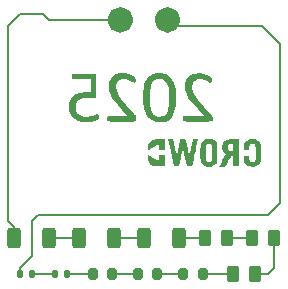
<source format=gbr>
%TF.GenerationSoftware,KiCad,Pcbnew,9.0.1*%
%TF.CreationDate,2025-06-06T15:08:54-07:00*%
%TF.ProjectId,basic_keychain,62617369-635f-46b6-9579-636861696e2e,rev?*%
%TF.SameCoordinates,Original*%
%TF.FileFunction,Copper,L2,Bot*%
%TF.FilePolarity,Positive*%
%FSLAX45Y45*%
G04 Gerber Fmt 4.5, Leading zero omitted, Abs format (unit mm)*
G04 Created by KiCad (PCBNEW 9.0.1) date 2025-06-06 15:08:54*
%MOMM*%
%LPD*%
G01*
G04 APERTURE LIST*
G04 Aperture macros list*
%AMRoundRect*
0 Rectangle with rounded corners*
0 $1 Rounding radius*
0 $2 $3 $4 $5 $6 $7 $8 $9 X,Y pos of 4 corners*
0 Add a 4 corners polygon primitive as box body*
4,1,4,$2,$3,$4,$5,$6,$7,$8,$9,$2,$3,0*
0 Add four circle primitives for the rounded corners*
1,1,$1+$1,$2,$3*
1,1,$1+$1,$4,$5*
1,1,$1+$1,$6,$7*
1,1,$1+$1,$8,$9*
0 Add four rect primitives between the rounded corners*
20,1,$1+$1,$2,$3,$4,$5,0*
20,1,$1+$1,$4,$5,$6,$7,0*
20,1,$1+$1,$6,$7,$8,$9,0*
20,1,$1+$1,$8,$9,$2,$3,0*%
G04 Aperture macros list end*
%TA.AperFunction,Conductor*%
%ADD10C,1.100000*%
%TD*%
%TA.AperFunction,EtchedComponent*%
%ADD11C,0.000000*%
%TD*%
%TA.AperFunction,SMDPad,CuDef*%
%ADD12RoundRect,0.250000X-0.312500X-0.625000X0.312500X-0.625000X0.312500X0.625000X-0.312500X0.625000X0*%
%TD*%
%TA.AperFunction,SMDPad,CuDef*%
%ADD13RoundRect,0.135000X0.135000X0.185000X-0.135000X0.185000X-0.135000X-0.185000X0.135000X-0.185000X0*%
%TD*%
%TA.AperFunction,SMDPad,CuDef*%
%ADD14RoundRect,0.250000X-0.262500X-0.450000X0.262500X-0.450000X0.262500X0.450000X-0.262500X0.450000X0*%
%TD*%
%TA.AperFunction,SMDPad,CuDef*%
%ADD15RoundRect,0.250000X0.262500X0.450000X-0.262500X0.450000X-0.262500X-0.450000X0.262500X-0.450000X0*%
%TD*%
%TA.AperFunction,SMDPad,CuDef*%
%ADD16RoundRect,0.200000X0.200000X0.275000X-0.200000X0.275000X-0.200000X-0.275000X0.200000X-0.275000X0*%
%TD*%
%TA.AperFunction,Conductor*%
%ADD17C,0.200000*%
%TD*%
G04 APERTURE END LIST*
%TO.N,/A*%
D10*
X22105000Y-9700000D02*
G75*
G02*
X21995000Y-9700000I-55000J0D01*
G01*
X21995000Y-9700000D02*
G75*
G02*
X22105000Y-9700000I55000J0D01*
G01*
%TO.N,/B*%
X22505000Y-9700000D02*
G75*
G02*
X22395000Y-9700000I-55000J0D01*
G01*
X22395000Y-9700000D02*
G75*
G02*
X22505000Y-9700000I55000J0D01*
G01*
D11*
%TA.AperFunction,EtchedComponent*%
%TD*%
%TO.C,G\u002A\u002A\u002A*%
G36*
X22284669Y-10840862D02*
G01*
X22287997Y-10842616D01*
X22294835Y-10846583D01*
X22304508Y-10852358D01*
X22316338Y-10859538D01*
X22329649Y-10867721D01*
X22331963Y-10869151D01*
X22345256Y-10877318D01*
X22357094Y-10884515D01*
X22366759Y-10890313D01*
X22373536Y-10894281D01*
X22376708Y-10895989D01*
X22377614Y-10896123D01*
X22378922Y-10894699D01*
X22379729Y-10890426D01*
X22380137Y-10882559D01*
X22380251Y-10870352D01*
X22380251Y-10843357D01*
X22403156Y-10843357D01*
X22426062Y-10843357D01*
X22426062Y-10892114D01*
X22426062Y-10940871D01*
X22380382Y-10939287D01*
X22377472Y-10939183D01*
X22357731Y-10938256D01*
X22342724Y-10937091D01*
X22332139Y-10935658D01*
X22325664Y-10933927D01*
X22313029Y-10927295D01*
X22300909Y-10916733D01*
X22292213Y-10903083D01*
X22286694Y-10885930D01*
X22284102Y-10864862D01*
X22283834Y-10858694D01*
X22283680Y-10849496D01*
X22283903Y-10843167D01*
X22284488Y-10840812D01*
X22284669Y-10840862D01*
G37*
%TD.AperFunction*%
%TA.AperFunction,EtchedComponent*%
%TO.C,G\u002A\u002A\u002A*%
G36*
X22426062Y-10756625D02*
G01*
X22426062Y-10802635D01*
X22403156Y-10802635D01*
X22380251Y-10802635D01*
X22380251Y-10774639D01*
X22380154Y-10764925D01*
X22379828Y-10755453D01*
X22379326Y-10749017D01*
X22378704Y-10746643D01*
X22378451Y-10746728D01*
X22374966Y-10748652D01*
X22368021Y-10752812D01*
X22358278Y-10758801D01*
X22346402Y-10766212D01*
X22333053Y-10774639D01*
X22329763Y-10776723D01*
X22316601Y-10784961D01*
X22304985Y-10792080D01*
X22295597Y-10797671D01*
X22289122Y-10801326D01*
X22286243Y-10802635D01*
X22285585Y-10802369D01*
X22284184Y-10798666D01*
X22283655Y-10791523D01*
X22283975Y-10782120D01*
X22285120Y-10771636D01*
X22287067Y-10761251D01*
X22287444Y-10759706D01*
X22293819Y-10742955D01*
X22303692Y-10729735D01*
X22317365Y-10719631D01*
X22319365Y-10718529D01*
X22323850Y-10716236D01*
X22328196Y-10714565D01*
X22333275Y-10713399D01*
X22339957Y-10712622D01*
X22349115Y-10712116D01*
X22361619Y-10711764D01*
X22378342Y-10711450D01*
X22426062Y-10710615D01*
X22426062Y-10756625D01*
G37*
%TD.AperFunction*%
%TA.AperFunction,EtchedComponent*%
G36*
X23054699Y-10825541D02*
G01*
X23054699Y-10940070D01*
X23031794Y-10940070D01*
X23008888Y-10940070D01*
X23008888Y-10892986D01*
X23008888Y-10845902D01*
X23002358Y-10845902D01*
X22997387Y-10846451D01*
X22990808Y-10848588D01*
X22988715Y-10850796D01*
X22984519Y-10857098D01*
X22978949Y-10866649D01*
X22972440Y-10878697D01*
X22965425Y-10892491D01*
X22959485Y-10904262D01*
X22952912Y-10916708D01*
X22947127Y-10927063D01*
X22942596Y-10934492D01*
X22939789Y-10938161D01*
X22936977Y-10939986D01*
X22931767Y-10941570D01*
X22923790Y-10942385D01*
X22911892Y-10942615D01*
X22907020Y-10942570D01*
X22897934Y-10942205D01*
X22891661Y-10941551D01*
X22889341Y-10940706D01*
X22889623Y-10939898D01*
X22891774Y-10935207D01*
X22895764Y-10926988D01*
X22901259Y-10915915D01*
X22907930Y-10902657D01*
X22915444Y-10887886D01*
X22941475Y-10836974D01*
X22933050Y-10829614D01*
X22924362Y-10820524D01*
X22918168Y-10809633D01*
X22914814Y-10796437D01*
X22913836Y-10779729D01*
X22913858Y-10779325D01*
X22958729Y-10779325D01*
X22960600Y-10790068D01*
X22965180Y-10799036D01*
X22972226Y-10804828D01*
X22976067Y-10805992D01*
X22984309Y-10807241D01*
X22993737Y-10807725D01*
X23008888Y-10807725D01*
X23008888Y-10777184D01*
X23008888Y-10746643D01*
X22998071Y-10746657D01*
X22993917Y-10746765D01*
X22980807Y-10748628D01*
X22970518Y-10752532D01*
X22964095Y-10758125D01*
X22964095Y-10758126D01*
X22959813Y-10768210D01*
X22958729Y-10779325D01*
X22913858Y-10779325D01*
X22914654Y-10764586D01*
X22917930Y-10749532D01*
X22924044Y-10737331D01*
X22933347Y-10727028D01*
X22935830Y-10724946D01*
X22943143Y-10720011D01*
X22951539Y-10716337D01*
X22961814Y-10713764D01*
X22974767Y-10712126D01*
X22991195Y-10711264D01*
X23011895Y-10711012D01*
X23054699Y-10711012D01*
X23054699Y-10777184D01*
X23054699Y-10825541D01*
G37*
%TD.AperFunction*%
%TA.AperFunction,EtchedComponent*%
G36*
X23171300Y-10707213D02*
G01*
X23191060Y-10708790D01*
X23207120Y-10713477D01*
X23219947Y-10721475D01*
X23230008Y-10732987D01*
X23233698Y-10739097D01*
X23236902Y-10746097D01*
X23239320Y-10754088D01*
X23241037Y-10763753D01*
X23242141Y-10775773D01*
X23242717Y-10790831D01*
X23242852Y-10809608D01*
X23242631Y-10832786D01*
X23242509Y-10841206D01*
X23242229Y-10858347D01*
X23241908Y-10871461D01*
X23241463Y-10881298D01*
X23240815Y-10888610D01*
X23239883Y-10894149D01*
X23238584Y-10898666D01*
X23236839Y-10902913D01*
X23234567Y-10907641D01*
X23233988Y-10908800D01*
X23225373Y-10922045D01*
X23214384Y-10931605D01*
X23199770Y-10938595D01*
X23198374Y-10939076D01*
X23189771Y-10941096D01*
X23179187Y-10941900D01*
X23165113Y-10941622D01*
X23149338Y-10939926D01*
X23132330Y-10935017D01*
X23118784Y-10926828D01*
X23108514Y-10915130D01*
X23101335Y-10899697D01*
X23097061Y-10880302D01*
X23095504Y-10856718D01*
X23095421Y-10848447D01*
X23118327Y-10848447D01*
X23141232Y-10848447D01*
X23141247Y-10861809D01*
X23141821Y-10873570D01*
X23144643Y-10886433D01*
X23150018Y-10895232D01*
X23158166Y-10900281D01*
X23169306Y-10901894D01*
X23175521Y-10901694D01*
X23182107Y-10900573D01*
X23187219Y-10897998D01*
X23191041Y-10893449D01*
X23193756Y-10886409D01*
X23195549Y-10876358D01*
X23196602Y-10862778D01*
X23197099Y-10845148D01*
X23197224Y-10822951D01*
X23197144Y-10803280D01*
X23196812Y-10786838D01*
X23196109Y-10774306D01*
X23194918Y-10765077D01*
X23193123Y-10758546D01*
X23190607Y-10754106D01*
X23187251Y-10751153D01*
X23182939Y-10749079D01*
X23171631Y-10746654D01*
X23160777Y-10748047D01*
X23151925Y-10753007D01*
X23145962Y-10761021D01*
X23143778Y-10771580D01*
X23143773Y-10772372D01*
X23143269Y-10781476D01*
X23142187Y-10789592D01*
X23140596Y-10797545D01*
X23117643Y-10797545D01*
X23094689Y-10797545D01*
X23096418Y-10776809D01*
X23097159Y-10769773D01*
X23101294Y-10750389D01*
X23108291Y-10734854D01*
X23118298Y-10722793D01*
X23120232Y-10721101D01*
X23129771Y-10714475D01*
X23140494Y-10710200D01*
X23153654Y-10707904D01*
X23170501Y-10707212D01*
X23171300Y-10707213D01*
G37*
%TD.AperFunction*%
%TA.AperFunction,EtchedComponent*%
G36*
X22872725Y-10824269D02*
G01*
X22872725Y-10895531D01*
X22865764Y-10908735D01*
X22858359Y-10919986D01*
X22845776Y-10931473D01*
X22830167Y-10938875D01*
X22818558Y-10941296D01*
X22802828Y-10942301D01*
X22786725Y-10941424D01*
X22772572Y-10938674D01*
X22762080Y-10934300D01*
X22748192Y-10924040D01*
X22744476Y-10920298D01*
X22739803Y-10914686D01*
X22736162Y-10908552D01*
X22733427Y-10901245D01*
X22731471Y-10892111D01*
X22730170Y-10880499D01*
X22729396Y-10865756D01*
X22729024Y-10847230D01*
X22728928Y-10824269D01*
X22728935Y-10821327D01*
X22774129Y-10821327D01*
X22774258Y-10840291D01*
X22774723Y-10856992D01*
X22774743Y-10857470D01*
X22775366Y-10870798D01*
X22776018Y-10880048D01*
X22776916Y-10886196D01*
X22778272Y-10890219D01*
X22780300Y-10893096D01*
X22783214Y-10895804D01*
X22785440Y-10897560D01*
X22792630Y-10900914D01*
X22802241Y-10901813D01*
X22803036Y-10901806D01*
X22810177Y-10901465D01*
X22815824Y-10900262D01*
X22820151Y-10897668D01*
X22823334Y-10893154D01*
X22825546Y-10886193D01*
X22826963Y-10876256D01*
X22827759Y-10862814D01*
X22828109Y-10845340D01*
X22828186Y-10823305D01*
X22828185Y-10813885D01*
X22828153Y-10796833D01*
X22828032Y-10783892D01*
X22827761Y-10774393D01*
X22827279Y-10767664D01*
X22826527Y-10763037D01*
X22825444Y-10759840D01*
X22823970Y-10757403D01*
X22822044Y-10755057D01*
X22820249Y-10753073D01*
X22815961Y-10749759D01*
X22810434Y-10748264D01*
X22801754Y-10747916D01*
X22792792Y-10748358D01*
X22786604Y-10750107D01*
X22781824Y-10753698D01*
X22780503Y-10755109D01*
X22778454Y-10758179D01*
X22777031Y-10762408D01*
X22776049Y-10768779D01*
X22775326Y-10778273D01*
X22774676Y-10791875D01*
X22774338Y-10802836D01*
X22774129Y-10821327D01*
X22728935Y-10821327D01*
X22728962Y-10809630D01*
X22729216Y-10789437D01*
X22729825Y-10773284D01*
X22730913Y-10760522D01*
X22732602Y-10750500D01*
X22735017Y-10742569D01*
X22738281Y-10736079D01*
X22742518Y-10730380D01*
X22747852Y-10724823D01*
X22757645Y-10717112D01*
X22770059Y-10711385D01*
X22785194Y-10708209D01*
X22804044Y-10707273D01*
X22812569Y-10707557D01*
X22830485Y-10710406D01*
X22844966Y-10716542D01*
X22856547Y-10726246D01*
X22865764Y-10739802D01*
X22872725Y-10753006D01*
X22872725Y-10823305D01*
X22872725Y-10824269D01*
G37*
%TD.AperFunction*%
%TA.AperFunction,EtchedComponent*%
G36*
X21766214Y-10156206D02*
G01*
X21786714Y-10156289D01*
X21803108Y-10156451D01*
X21815885Y-10156711D01*
X21825535Y-10157088D01*
X21832548Y-10157600D01*
X21837415Y-10158268D01*
X21840626Y-10159109D01*
X21842670Y-10160144D01*
X21848327Y-10164106D01*
X21848327Y-10259344D01*
X21848327Y-10354582D01*
X21841931Y-10358773D01*
X21840484Y-10359656D01*
X21837177Y-10361028D01*
X21832778Y-10361707D01*
X21826296Y-10361720D01*
X21816740Y-10361097D01*
X21803119Y-10359864D01*
X21789148Y-10358794D01*
X21760626Y-10358618D01*
X21736133Y-10361532D01*
X21715657Y-10367539D01*
X21699184Y-10376643D01*
X21686702Y-10388847D01*
X21681225Y-10397588D01*
X21675280Y-10413889D01*
X21672842Y-10431949D01*
X21673913Y-10450575D01*
X21678495Y-10468578D01*
X21686588Y-10484766D01*
X21695777Y-10495666D01*
X21710320Y-10506308D01*
X21727881Y-10513874D01*
X21747831Y-10518290D01*
X21769543Y-10519481D01*
X21792391Y-10517372D01*
X21815747Y-10511889D01*
X21838984Y-10502955D01*
X21847059Y-10499323D01*
X21856212Y-10496071D01*
X21862153Y-10495950D01*
X21865628Y-10499352D01*
X21867380Y-10506669D01*
X21868155Y-10518293D01*
X21868208Y-10519733D01*
X21868359Y-10529372D01*
X21867776Y-10535495D01*
X21866181Y-10539496D01*
X21863301Y-10542766D01*
X21859633Y-10545411D01*
X21850330Y-10549932D01*
X21837708Y-10554507D01*
X21822828Y-10558767D01*
X21806755Y-10562345D01*
X21803224Y-10562965D01*
X21784096Y-10564934D01*
X21762866Y-10565259D01*
X21741291Y-10564027D01*
X21721126Y-10561326D01*
X21704129Y-10557242D01*
X21692523Y-10553037D01*
X21669657Y-10541245D01*
X21650469Y-10526064D01*
X21635121Y-10507670D01*
X21623774Y-10486240D01*
X21616590Y-10461947D01*
X21616521Y-10461588D01*
X21615114Y-10450165D01*
X21614484Y-10435880D01*
X21614725Y-10420835D01*
X21615207Y-10412216D01*
X21616216Y-10402055D01*
X21617942Y-10393942D01*
X21620824Y-10386037D01*
X21625301Y-10376499D01*
X21630872Y-10366454D01*
X21643566Y-10350084D01*
X21659440Y-10336938D01*
X21678971Y-10326662D01*
X21702635Y-10318902D01*
X21707604Y-10317720D01*
X21717684Y-10315924D01*
X21729099Y-10314773D01*
X21743098Y-10314159D01*
X21760928Y-10313978D01*
X21799970Y-10313978D01*
X21799970Y-10259259D01*
X21799970Y-10204539D01*
X21722434Y-10204539D01*
X21710250Y-10204538D01*
X21690841Y-10204515D01*
X21675677Y-10204432D01*
X21664203Y-10204250D01*
X21655868Y-10203931D01*
X21650117Y-10203437D01*
X21646399Y-10202729D01*
X21644158Y-10201769D01*
X21642843Y-10200517D01*
X21641900Y-10198937D01*
X21640961Y-10196524D01*
X21639484Y-10189107D01*
X21638902Y-10180361D01*
X21639054Y-10176011D01*
X21640130Y-10167611D01*
X21641900Y-10161785D01*
X21644899Y-10156182D01*
X21740956Y-10156182D01*
X21741116Y-10156182D01*
X21766214Y-10156206D01*
G37*
%TD.AperFunction*%
%TA.AperFunction,EtchedComponent*%
G36*
X22522470Y-10345765D02*
G01*
X22522728Y-10368078D01*
X22522437Y-10389856D01*
X22521583Y-10409654D01*
X22520151Y-10426029D01*
X22515607Y-10453920D01*
X22507968Y-10482031D01*
X22497686Y-10505919D01*
X22484685Y-10525696D01*
X22468889Y-10541475D01*
X22450222Y-10553369D01*
X22428607Y-10561489D01*
X22418344Y-10563540D01*
X22402038Y-10565049D01*
X22384018Y-10565272D01*
X22365956Y-10564257D01*
X22349523Y-10562055D01*
X22336391Y-10558716D01*
X22335687Y-10558463D01*
X22314782Y-10548203D01*
X22296011Y-10533638D01*
X22279931Y-10515289D01*
X22267100Y-10493680D01*
X22264856Y-10488832D01*
X22258003Y-10471431D01*
X22252691Y-10452917D01*
X22248794Y-10432511D01*
X22246187Y-10409434D01*
X22244745Y-10382909D01*
X22244342Y-10352154D01*
X22244358Y-10348684D01*
X22244515Y-10344039D01*
X22301655Y-10344039D01*
X22301940Y-10373003D01*
X22302658Y-10393364D01*
X22304737Y-10420945D01*
X22308119Y-10444236D01*
X22312951Y-10463656D01*
X22319376Y-10479620D01*
X22327538Y-10492546D01*
X22337582Y-10502851D01*
X22349652Y-10510953D01*
X22353037Y-10512666D01*
X22369410Y-10517999D01*
X22386720Y-10519523D01*
X22403767Y-10517358D01*
X22419352Y-10511629D01*
X22432276Y-10502459D01*
X22436529Y-10497766D01*
X22445094Y-10484694D01*
X22452400Y-10468614D01*
X22457748Y-10450939D01*
X22457948Y-10450062D01*
X22461995Y-10427151D01*
X22464749Y-10401016D01*
X22466201Y-10373014D01*
X22466344Y-10344499D01*
X22465170Y-10316828D01*
X22462669Y-10291356D01*
X22458835Y-10269439D01*
X22455480Y-10257685D01*
X22448903Y-10241610D01*
X22440846Y-10227287D01*
X22432148Y-10216385D01*
X22432028Y-10216266D01*
X22423328Y-10208281D01*
X22415551Y-10203032D01*
X22407201Y-10199966D01*
X22396782Y-10198532D01*
X22382796Y-10198176D01*
X22374349Y-10198234D01*
X22365145Y-10198672D01*
X22358448Y-10199801D01*
X22352719Y-10201925D01*
X22346421Y-10205346D01*
X22340645Y-10209147D01*
X22329344Y-10219931D01*
X22320314Y-10234194D01*
X22313042Y-10252666D01*
X22310358Y-10261901D01*
X22306553Y-10279027D01*
X22303885Y-10297876D01*
X22302277Y-10319271D01*
X22301655Y-10344039D01*
X22244515Y-10344039D01*
X22245635Y-10311040D01*
X22248998Y-10277874D01*
X22254541Y-10248992D01*
X22262355Y-10224202D01*
X22272532Y-10203313D01*
X22285164Y-10186130D01*
X22300344Y-10172461D01*
X22318163Y-10162115D01*
X22338714Y-10154898D01*
X22347441Y-10153221D01*
X22361727Y-10151804D01*
X22377840Y-10151230D01*
X22394069Y-10151506D01*
X22408704Y-10152638D01*
X22420034Y-10154630D01*
X22438838Y-10161174D01*
X22459256Y-10172745D01*
X22476761Y-10188282D01*
X22491412Y-10207863D01*
X22503263Y-10231567D01*
X22512373Y-10259473D01*
X22518798Y-10291659D01*
X22520367Y-10305310D01*
X22521678Y-10324361D01*
X22522424Y-10344499D01*
X22522470Y-10345765D01*
G37*
%TD.AperFunction*%
%TA.AperFunction,EtchedComponent*%
G36*
X22733906Y-10151478D02*
G01*
X22742563Y-10152445D01*
X22751469Y-10154316D01*
X22762296Y-10157263D01*
X22763240Y-10157535D01*
X22786204Y-10165445D01*
X22804677Y-10174490D01*
X22818399Y-10184545D01*
X22820147Y-10186245D01*
X22823665Y-10190917D01*
X22825264Y-10196630D01*
X22825641Y-10205394D01*
X22824942Y-10217540D01*
X22822393Y-10227061D01*
X22817937Y-10231910D01*
X22811529Y-10232131D01*
X22803128Y-10227767D01*
X22797932Y-10224499D01*
X22789619Y-10219803D01*
X22780401Y-10214973D01*
X22766115Y-10208589D01*
X22744461Y-10202119D01*
X22724653Y-10200045D01*
X22706977Y-10202056D01*
X22691717Y-10207842D01*
X22679159Y-10217092D01*
X22669587Y-10229496D01*
X22663288Y-10244745D01*
X22660547Y-10262527D01*
X22661647Y-10282534D01*
X22666876Y-10304453D01*
X22676517Y-10327976D01*
X22681773Y-10338104D01*
X22689611Y-10351438D01*
X22698783Y-10365030D01*
X22709774Y-10379512D01*
X22723072Y-10395518D01*
X22739163Y-10413681D01*
X22758535Y-10434634D01*
X22766879Y-10443527D01*
X22783167Y-10460922D01*
X22796426Y-10475169D01*
X22806978Y-10486649D01*
X22815147Y-10495742D01*
X22821255Y-10502829D01*
X22825626Y-10508291D01*
X22828582Y-10512509D01*
X22830447Y-10515864D01*
X22831542Y-10518736D01*
X22832191Y-10521507D01*
X22832474Y-10523170D01*
X22833158Y-10533731D01*
X22832259Y-10544033D01*
X22830021Y-10552490D01*
X22826686Y-10557516D01*
X22824843Y-10558265D01*
X22820888Y-10558957D01*
X22814538Y-10559523D01*
X22805407Y-10559973D01*
X22793111Y-10560317D01*
X22777264Y-10560567D01*
X22757483Y-10560732D01*
X22733381Y-10560824D01*
X22704575Y-10560852D01*
X22697575Y-10560851D01*
X22670874Y-10560826D01*
X22648730Y-10560757D01*
X22630710Y-10560628D01*
X22616381Y-10560426D01*
X22605312Y-10560137D01*
X22597070Y-10559746D01*
X22591223Y-10559239D01*
X22587338Y-10558601D01*
X22584985Y-10557820D01*
X22583730Y-10556880D01*
X22582037Y-10553740D01*
X22580159Y-10545836D01*
X22579445Y-10536239D01*
X22579997Y-10526990D01*
X22581915Y-10520130D01*
X22585278Y-10513768D01*
X22673797Y-10512495D01*
X22762316Y-10511222D01*
X22722080Y-10469083D01*
X22707700Y-10453941D01*
X22687839Y-10432645D01*
X22671069Y-10414064D01*
X22657014Y-10397725D01*
X22645299Y-10383154D01*
X22635548Y-10369876D01*
X22627385Y-10357418D01*
X22620436Y-10345306D01*
X22614323Y-10333066D01*
X22611262Y-10326311D01*
X22604908Y-10309890D01*
X22600890Y-10294324D01*
X22598792Y-10277670D01*
X22598196Y-10257986D01*
X22598197Y-10257519D01*
X22599276Y-10237157D01*
X22602658Y-10220181D01*
X22608727Y-10205287D01*
X22617867Y-10191169D01*
X22619136Y-10189532D01*
X22631947Y-10175858D01*
X22646482Y-10165557D01*
X22663469Y-10158308D01*
X22683640Y-10153789D01*
X22707722Y-10151681D01*
X22710654Y-10151572D01*
X22723827Y-10151244D01*
X22733906Y-10151478D01*
G37*
%TD.AperFunction*%
%TA.AperFunction,EtchedComponent*%
G36*
X22069876Y-10151096D02*
G01*
X22098591Y-10153197D01*
X22125025Y-10159330D01*
X22150265Y-10169744D01*
X22154450Y-10171892D01*
X22165737Y-10178360D01*
X22173193Y-10184373D01*
X22177553Y-10190918D01*
X22179555Y-10198984D01*
X22179934Y-10209558D01*
X22179933Y-10209594D01*
X22179568Y-10218816D01*
X22178875Y-10226092D01*
X22178003Y-10229850D01*
X22176944Y-10231086D01*
X22171547Y-10232365D01*
X22162885Y-10229826D01*
X22150919Y-10223461D01*
X22138863Y-10216656D01*
X22116897Y-10207009D01*
X22096144Y-10201455D01*
X22076943Y-10199966D01*
X22059631Y-10202514D01*
X22044547Y-10209071D01*
X22032027Y-10219609D01*
X22022411Y-10234100D01*
X22020469Y-10238249D01*
X22017433Y-10246704D01*
X22016015Y-10255524D01*
X22015742Y-10267050D01*
X22016040Y-10274635D01*
X22019631Y-10297319D01*
X22027421Y-10320242D01*
X22039607Y-10343898D01*
X22056386Y-10368781D01*
X22057153Y-10369807D01*
X22063519Y-10378136D01*
X22070188Y-10386468D01*
X22077624Y-10395323D01*
X22086291Y-10405223D01*
X22096652Y-10416690D01*
X22109169Y-10430244D01*
X22124307Y-10446407D01*
X22142528Y-10465700D01*
X22146903Y-10470337D01*
X22158018Y-10482267D01*
X22167855Y-10493038D01*
X22175852Y-10502022D01*
X22181446Y-10508592D01*
X22184077Y-10512118D01*
X22185541Y-10516771D01*
X22186788Y-10525137D01*
X22187304Y-10534825D01*
X22187244Y-10541584D01*
X22186576Y-10548590D01*
X22184870Y-10552989D01*
X22181740Y-10556268D01*
X22180381Y-10557208D01*
X22178265Y-10558130D01*
X22175143Y-10558883D01*
X22170559Y-10559483D01*
X22164062Y-10559948D01*
X22155196Y-10560295D01*
X22143509Y-10560541D01*
X22128546Y-10560702D01*
X22109855Y-10560797D01*
X22086980Y-10560841D01*
X22059469Y-10560852D01*
X22059464Y-10560852D01*
X22031021Y-10560870D01*
X22007249Y-10560872D01*
X21987734Y-10560780D01*
X21972057Y-10560515D01*
X21959800Y-10559997D01*
X21950548Y-10559148D01*
X21943883Y-10557890D01*
X21939388Y-10556143D01*
X21936646Y-10553829D01*
X21935239Y-10550870D01*
X21934750Y-10547185D01*
X21934763Y-10542698D01*
X21934860Y-10537328D01*
X21934853Y-10535632D01*
X21934805Y-10529562D01*
X21935083Y-10524655D01*
X21936163Y-10520789D01*
X21938521Y-10517838D01*
X21942634Y-10515681D01*
X21948979Y-10514194D01*
X21958031Y-10513254D01*
X21970267Y-10512737D01*
X21986164Y-10512520D01*
X22006197Y-10512481D01*
X22030844Y-10512495D01*
X22118405Y-10512495D01*
X22068306Y-10459684D01*
X22056228Y-10446850D01*
X22032669Y-10421013D01*
X22012705Y-10397745D01*
X21996093Y-10376609D01*
X21982590Y-10357165D01*
X21971954Y-10338972D01*
X21963941Y-10321592D01*
X21958310Y-10304585D01*
X21954817Y-10287512D01*
X21953219Y-10269932D01*
X21953274Y-10251407D01*
X21953481Y-10246896D01*
X21954350Y-10235125D01*
X21955819Y-10226130D01*
X21958254Y-10218147D01*
X21962024Y-10209413D01*
X21967784Y-10198732D01*
X21981191Y-10181609D01*
X21997989Y-10168273D01*
X22018157Y-10158735D01*
X22041678Y-10153005D01*
X22068532Y-10151092D01*
X22069876Y-10151096D01*
G37*
%TD.AperFunction*%
%TA.AperFunction,EtchedComponent*%
G36*
X22587490Y-10708499D02*
G01*
X22595397Y-10708809D01*
X22600018Y-10709678D01*
X22602473Y-10711381D01*
X22603879Y-10714193D01*
X22604724Y-10717246D01*
X22606544Y-10724856D01*
X22609095Y-10736092D01*
X22612214Y-10750217D01*
X22615735Y-10766493D01*
X22619493Y-10784183D01*
X22622836Y-10799811D01*
X22626323Y-10815566D01*
X22629413Y-10828965D01*
X22631950Y-10839350D01*
X22633779Y-10846063D01*
X22634743Y-10848447D01*
X22634748Y-10848447D01*
X22635695Y-10846011D01*
X22637477Y-10839234D01*
X22639946Y-10828762D01*
X22642955Y-10815241D01*
X22646356Y-10799318D01*
X22650001Y-10781638D01*
X22650745Y-10777980D01*
X22655486Y-10755400D01*
X22659558Y-10737353D01*
X22662931Y-10723963D01*
X22665573Y-10715353D01*
X22667453Y-10711648D01*
X22670876Y-10710213D01*
X22678581Y-10708941D01*
X22688693Y-10708467D01*
X22697467Y-10708605D01*
X22702943Y-10709245D01*
X22705433Y-10710684D01*
X22706022Y-10713221D01*
X22706022Y-10713221D01*
X22705510Y-10716689D01*
X22704062Y-10724458D01*
X22701809Y-10735908D01*
X22698881Y-10750419D01*
X22695409Y-10767374D01*
X22691523Y-10786152D01*
X22687353Y-10806135D01*
X22683031Y-10826704D01*
X22678687Y-10847238D01*
X22674451Y-10867121D01*
X22670454Y-10885731D01*
X22666826Y-10902451D01*
X22663699Y-10916660D01*
X22661202Y-10927741D01*
X22659465Y-10935073D01*
X22658621Y-10938038D01*
X22658194Y-10938357D01*
X22653913Y-10939198D01*
X22646235Y-10939619D01*
X22636457Y-10939533D01*
X22615671Y-10938798D01*
X22599329Y-10865626D01*
X22598040Y-10859880D01*
X22593921Y-10841835D01*
X22590130Y-10825695D01*
X22586818Y-10812073D01*
X22584137Y-10801583D01*
X22582238Y-10794839D01*
X22581272Y-10792455D01*
X22581082Y-10792701D01*
X22579888Y-10796548D01*
X22577897Y-10804580D01*
X22575247Y-10816182D01*
X22572077Y-10830740D01*
X22568524Y-10847639D01*
X22564726Y-10866263D01*
X22549894Y-10940070D01*
X22528850Y-10940070D01*
X22525596Y-10940041D01*
X22516242Y-10939606D01*
X22509377Y-10938757D01*
X22506300Y-10937635D01*
X22506232Y-10937504D01*
X22505100Y-10933745D01*
X22503099Y-10925738D01*
X22500361Y-10914098D01*
X22497018Y-10899438D01*
X22493203Y-10882374D01*
X22489047Y-10863519D01*
X22484681Y-10843488D01*
X22480239Y-10822896D01*
X22475852Y-10802356D01*
X22471652Y-10782483D01*
X22467770Y-10763891D01*
X22464340Y-10747195D01*
X22461492Y-10733010D01*
X22459359Y-10721948D01*
X22458072Y-10714626D01*
X22457765Y-10711656D01*
X22457808Y-10711563D01*
X22460975Y-10710061D01*
X22467547Y-10709014D01*
X22475939Y-10708475D01*
X22484566Y-10708495D01*
X22491845Y-10709124D01*
X22496191Y-10710415D01*
X22496204Y-10710425D01*
X22497415Y-10713409D01*
X22499437Y-10720711D01*
X22502111Y-10731661D01*
X22505282Y-10745593D01*
X22508792Y-10761838D01*
X22512485Y-10779729D01*
X22512555Y-10780079D01*
X22516210Y-10797947D01*
X22519617Y-10814165D01*
X22522629Y-10828063D01*
X22525098Y-10838974D01*
X22526877Y-10846229D01*
X22527818Y-10849158D01*
X22527951Y-10849146D01*
X22529102Y-10846203D01*
X22531084Y-10839012D01*
X22533752Y-10828176D01*
X22536964Y-10814294D01*
X22540574Y-10797970D01*
X22544439Y-10779804D01*
X22559335Y-10708467D01*
X22580567Y-10708467D01*
X22587490Y-10708499D01*
G37*
%TD.AperFunction*%
%TD*%
D12*
%TO.P,R3,1*%
%TO.N,Net-(R2-Pad2)*%
X22253750Y-11550000D03*
%TO.P,R3,2*%
%TO.N,Net-(R3-Pad2)*%
X22546250Y-11550000D03*
%TD*%
%TO.P,R2,1*%
%TO.N,Net-(R1-Pad2)*%
X21703750Y-11550000D03*
%TO.P,R2,2*%
%TO.N,Net-(R2-Pad2)*%
X21996250Y-11550000D03*
%TD*%
D13*
%TO.P,R10,1*%
%TO.N,Net-(R10-Pad1)*%
X21601000Y-11850000D03*
%TO.P,R10,2*%
%TO.N,Net-(R10-Pad2)*%
X21499000Y-11850000D03*
%TD*%
D14*
%TO.P,R4,1*%
%TO.N,Net-(R3-Pad2)*%
X22767500Y-11550000D03*
%TO.P,R4,2*%
%TO.N,Net-(R4-Pad2)*%
X22950000Y-11550000D03*
%TD*%
%TO.P,R5,1*%
%TO.N,Net-(R4-Pad2)*%
X23167500Y-11550000D03*
%TO.P,R5,2*%
%TO.N,Net-(R5-Pad2)*%
X23350000Y-11550000D03*
%TD*%
D12*
%TO.P,R1,1*%
%TO.N,/A*%
X21153750Y-11550000D03*
%TO.P,R1,2*%
%TO.N,Net-(R1-Pad2)*%
X21446250Y-11550000D03*
%TD*%
D15*
%TO.P,R6,1*%
%TO.N,Net-(R5-Pad2)*%
X23191250Y-11850000D03*
%TO.P,R6,2*%
%TO.N,Net-(R6-Pad2)*%
X23008750Y-11850000D03*
%TD*%
D16*
%TO.P,R9,1*%
%TO.N,Net-(R8-Pad2)*%
X21982500Y-11850000D03*
%TO.P,R9,2*%
%TO.N,Net-(R10-Pad1)*%
X21817500Y-11850000D03*
%TD*%
D13*
%TO.P,R11,1*%
%TO.N,Net-(R10-Pad2)*%
X21301000Y-11850000D03*
%TO.P,R11,2*%
%TO.N,/B*%
X21199000Y-11850000D03*
%TD*%
D16*
%TO.P,R7,1*%
%TO.N,Net-(R6-Pad2)*%
X22750000Y-11850000D03*
%TO.P,R7,2*%
%TO.N,Net-(R7-Pad2)*%
X22585000Y-11850000D03*
%TD*%
%TO.P,R8,1*%
%TO.N,Net-(R7-Pad2)*%
X22365000Y-11850000D03*
%TO.P,R8,2*%
%TO.N,Net-(R8-Pad2)*%
X22200000Y-11850000D03*
%TD*%
D17*
%TO.N,/B*%
X22500000Y-9750000D02*
X22450000Y-9700000D01*
X23250000Y-9750000D02*
X22500000Y-9750000D01*
X23400000Y-9900000D02*
X23250000Y-9750000D01*
X23400000Y-11250000D02*
X23400000Y-9900000D01*
X21350000Y-11350000D02*
X23300000Y-11350000D01*
X23300000Y-11350000D02*
X23400000Y-11250000D01*
X21300000Y-11400000D02*
X21350000Y-11350000D01*
X21300000Y-11700000D02*
X21300000Y-11400000D01*
X21199000Y-11801000D02*
X21300000Y-11700000D01*
X21199000Y-11850000D02*
X21199000Y-11801000D01*
%TO.N,/A*%
X21153750Y-11453750D02*
X21153750Y-11550000D01*
X21200000Y-9650000D02*
X21100000Y-9750000D01*
X21400000Y-9650000D02*
X21200000Y-9650000D01*
X21100000Y-9750000D02*
X21100000Y-11400000D01*
X21100000Y-11400000D02*
X21153750Y-11453750D01*
X21450000Y-9700000D02*
X21400000Y-9650000D01*
X22050000Y-9700000D02*
X21450000Y-9700000D01*
%TO.N,Net-(R1-Pad2)*%
X21703750Y-11550000D02*
X21446250Y-11550000D01*
%TO.N,Net-(R10-Pad2)*%
X21499000Y-11850000D02*
X21301000Y-11850000D01*
%TO.N,Net-(R10-Pad1)*%
X21817500Y-11850000D02*
X21601000Y-11850000D01*
%TO.N,Net-(R8-Pad2)*%
X22200000Y-11850000D02*
X21982500Y-11850000D01*
%TO.N,Net-(R7-Pad2)*%
X22585000Y-11850000D02*
X22365000Y-11850000D01*
%TO.N,Net-(R6-Pad2)*%
X23008750Y-11850000D02*
X22750000Y-11850000D01*
%TO.N,Net-(R5-Pad2)*%
X23300000Y-11850000D02*
X23191250Y-11850000D01*
X23350000Y-11800000D02*
X23300000Y-11850000D01*
X23350000Y-11550000D02*
X23350000Y-11800000D01*
%TO.N,Net-(R4-Pad2)*%
X22950000Y-11550000D02*
X23167500Y-11550000D01*
%TO.N,Net-(R3-Pad2)*%
X22546250Y-11550000D02*
X22767500Y-11550000D01*
%TO.N,Net-(R2-Pad2)*%
X21996250Y-11550000D02*
X22253750Y-11550000D01*
%TD*%
M02*

</source>
